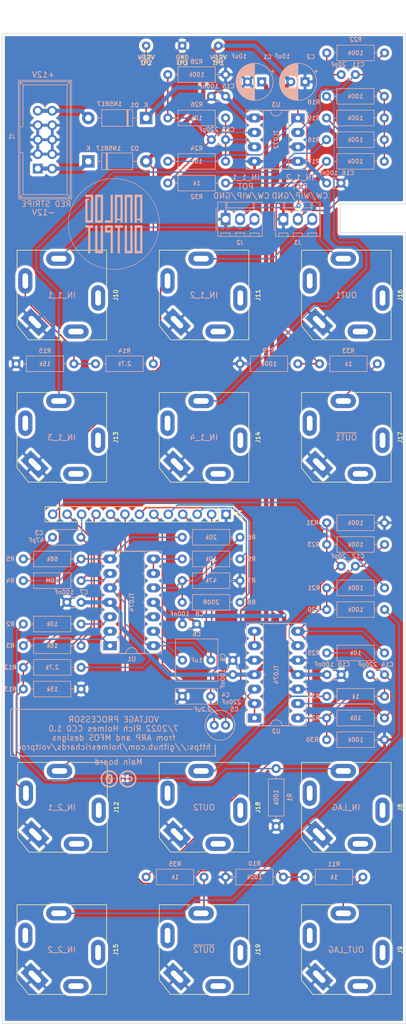
<source format=kicad_pcb>
(kicad_pcb (version 20211014) (generator pcbnew)
  (layers (0 "F.Cu" signal) (31 "B.Cu" signal) (34 "B.Paste" user) (35 "F.Paste" user) (36 "B.SilkS" user "B.Silkscreen") (37 "F.SilkS" user "F.Silkscreen") (38 "B.Mask" user) (39 "F.Mask" user) (44 "Edge.Cuts" user))
  (net 0 "")
  (net 1 "Board_0-+12V")
  (net 2 "Board_0--12V")
  (net 3 "Board_0-/+12_IN")
  (net 4 "Board_0-/-12_IN")
  (net 5 "Board_0-/Linear and RC lag/IN_LAG_B")
  (net 6 "Board_0-/Linear and RC lag/LAG_IN")
  (net 7 "Board_0-/Linear and RC lag/LAG_LIN_CCW")
  (net 8 "Board_0-/Linear and RC lag/LAG_LIN_WIP")
  (net 9 "Board_0-/Linear and RC lag/LAG_OUT")
  (net 10 "Board_0-/Linear and RC lag/LAG_RC_WIP")
  (net 11 "Board_0-/Linear and RC lag/LIN_IN")
  (net 12 "Board_0-/Linear and RC lag/LIN_OUT")
  (net 13 "Board_0-/Linear and RC lag/LIN_SPEED")
  (net 14 "Board_0-/Linear and RC lag/OUT_LAG_B")
  (net 15 "Board_0-/Linear and RC lag/RC_OUT")
  (net 16 "Board_0-/Linear and RC lag/RC_SPEED")
  (net 17 "Board_0-/Summers/+10V")
  (net 18 "Board_0-/Summers/-10V")
  (net 19 "Board_0-/Summers/IN1_3")
  (net 20 "Board_0-/Summers/IN1_4")
  (net 21 "Board_0-/Summers/IN_1_1_CW")
  (net 22 "Board_0-/Summers/IN_1_1_WIP")
  (net 23 "Board_0-/Summers/IN_1_2_CW")
  (net 24 "Board_0-/Summers/IN_1_2_WIP")
  (net 25 "Board_0-/Summers/IN_2_1_CW")
  (net 26 "Board_0-/Summers/IN_2_1_WIP")
  (net 27 "Board_0-/Summers/IN_2_2")
  (net 28 "Board_0-/Summers/OUT1")
  (net 29 "Board_0-/Summers/OUT2")
  (net 30 "Board_0-/Summers/~{OUT1}")
  (net 31 "Board_0-/Summers/~{OUT2}")
  (net 32 "Board_0-GND")
  (net 33 "Board_0-Net-(C11-Pad1)")
  (net 34 "Board_0-Net-(C11-Pad2)")
  (net 35 "Board_0-Net-(C12-Pad1)")
  (net 36 "Board_0-Net-(C12-Pad2)")
  (net 37 "Board_0-Net-(C13-Pad1)")
  (net 38 "Board_0-Net-(C13-Pad2)")
  (net 39 "Board_0-Net-(C14-Pad1)")
  (net 40 "Board_0-Net-(C14-Pad2)")
  (net 41 "Board_0-Net-(C3-Pad2)")
  (net 42 "Board_0-Net-(R2-Pad2)")
  (net 43 "Board_0-Net-(R3-Pad1)")
  (net 44 "Board_0-Net-(R4-Pad2)")
  (net 45 "Board_0-Net-(R6-Pad2)")
  (net 46 "Board_0-Net-(R9-Pad1)")
  (net 47 "Board_0-Net-(U2-Pad6)")
  (footprint "ao_tht:Jack_6.35mm_PJ_629HAN_slots" (layer "F.Cu") (at 50.5 151 -90)
    (fp_text reference "J18")
    (fp_text value "Jack")
  )
  (footprint "ao_tht:Jack_6.35mm_PJ_629HAN_slots" (layer "F.Cu") (at 25.5 176 -90)
    (fp_text reference "J15")
    (fp_text value "Jack")
  )
  (footprint "ao_tht:TestPoint_THTPad_D1.5mm_Drill0.7mm" (layer "F.Cu") (at 53.04 17.18 180)
    (fp_text reference "TP1")
    (fp_text value "-12V")
  )
  (footprint "ao_tht:Board_Marker" (layer "F.Cu") (at 48.5 15)
    (fp_text reference "B1")
    (fp_text value "Board")
  )
  (footprint "ao_tht:TestPoint_THTPad_D1.5mm_Drill0.7mm" (layer "F.Cu") (at 40.34 17.18 180)
    (fp_text reference "TP2")
    (fp_text value "+12V")
  )
  (footprint "ao_tht:Jack_6.35mm_PJ_629HAN_slots" (layer "F.Cu") (at 75.5 176 -90)
    (fp_text reference "J9")
    (fp_text value "Jack")
  )
  (footprint "ao_tht:Jack_6.35mm_PJ_629HAN_slots" (layer "F.Cu") (at 75.5 151 -90)
    (fp_text reference "J8")
    (fp_text value "Jack")
  )
  (footprint "ao_tht:Jack_6.35mm_PJ_629HAN_slots" (layer "F.Cu") (at 25.5 86 -90)
    (fp_text reference "J13")
    (fp_text value "Jack")
  )
  (footprint "ao_tht:Jack_6.35mm_PJ_629HAN_slots" (layer "F.Cu") (at 75.5 61 -90)
    (fp_text reference "J16")
    (fp_text value "Jack")
  )
  (footprint "ao_tht:Jack_6.35mm_PJ_629HAN_slots" (layer "F.Cu") (at 50.5 61 -90)
    (fp_text reference "J11")
    (fp_text value "Jack")
  )
  (footprint "ao_tht:Jack_6.35mm_PJ_629HAN_slots" (layer "F.Cu") (at 50.5 176 -90)
    (fp_text reference "J19")
    (fp_text value "Jack")
  )
  (footprint "ao_tht:Jack_6.35mm_PJ_629HAN_slots" (layer "F.Cu") (at 25.5 61 -90)
    (fp_text reference "J10")
    (fp_text value "Jack")
  )
  (footprint "Connector_PinHeader_2.54mm:PinHeader_1x13_P2.54mm_Vertical" (layer "F.Cu") (at 54.4 99.5 -90)
    (fp_text reference "J4")
    (fp_text value "Conn_01x13")
  )
  (footprint "ao_tht:Jack_6.35mm_PJ_629HAN_slots" (layer "F.Cu") (at 75.5 86 -90)
    (fp_text reference "J17")
    (fp_text value "Jack")
  )
  (footprint "ao_tht:Jack_6.35mm_PJ_629HAN_slots" (layer "F.Cu") (at 25.608 151 -90)
    (fp_text reference "J12")
    (fp_text value "Jack")
  )
  (footprint "ao_tht:TestPoint_THTPad_D1.5mm_Drill0.7mm" (layer "F.Cu") (at 46.69 17.18 180)
    (fp_text reference "TP3")
    (fp_text value "GND")
  )
  (footprint "ao_tht:Jack_6.35mm_PJ_629HAN_slots" (layer "F.Cu") (at 50.5 86 -90)
    (fp_text reference "J14")
    (fp_text value "Jack")
  )
  (footprint "ao_tht:DIP-14_W7.62mm_Socket_LongPads" (layer "B.Cu") (at 34 122.595)
    (fp_text reference "U1")
    (fp_text value "TL074")
  )
  (footprint "ao_tht:R_Axial_DIN0207_L6.3mm_D2.5mm_P10.16mm_Horizontal" (layer "B.Cu") (at 72.05 33.69)
    (fp_text reference "R16")
    (fp_text value "100k")
  )
  (footprint "ao_tht:R_Axial_DIN0207_L6.3mm_D2.5mm_P10.16mm_Horizontal" (layer "B.Cu") (at 82.25 123.86 180)
    (fp_text reference "R25")
    (fp_text value "10k")
  )
  (footprint "ao_tht:R_Axial_DIN0207_L6.3mm_D2.5mm_P10.16mm_Horizontal" (layer "B.Cu") (at 63.2 154.34 90)
    (fp_text reference "R1")
    (fp_text value "100k")
  )
  (footprint "ao_tht:D_DO-41_SOD81_P10.16mm_Horizontal" (layer "B.Cu") (at 40.34 29.88 180)
    (fp_text reference "D1")
    (fp_text value "1N5817")
  )
  (footprint "ao_tht:R_Axial_DIN0207_L6.3mm_D2.5mm_P10.16mm_Horizontal" (layer "B.Cu") (at 46.69 107.35)
    (fp_text reference "R9")
    (fp_text value "10k")
  )
  (footprint "ao_tht:C_Disc_D3.0mm_W1.6mm_P2.50mm" (layer "B.Cu") (at 82.25 127.67 180)
    (fp_text reference "C14")
    (fp_text value "220pF")
  )
  (footprint "ao_tht:R_Axial_DIN0207_L6.3mm_D2.5mm_P10.16mm_Horizontal" (layer "B.Cu") (at 18.75 107.35)
    (fp_text reference "R5")
    (fp_text value "68k")
  )
  (footprint "ao_tht:analogoutput" (layer "B.Cu") (at 34.666754 48.506251 180)
    (fp_text reference "GRAF3" hide)
    (fp_text value "AO logo" hide)
  )
  (footprint "ao_tht:Molex_KK-254_AE-6410-03A_1x03_P2.54mm_Vertical" (layer "B.Cu") (at 54.31 47.66)
    (fp_text reference "J2")
    (fp_text value "3_pin_Molex_header")
  )
  (footprint "ao_tht:C_Radial_D5.0mm_H11.0mm_P2.00mm" (layer "B.Cu") (at 54.31 136.56 180)
    (fp_text reference "C5")
    (fp_text value "2.2uF")
  )
  (footprint "ao_tht:C_Rect_L7.2mm_W7.2mm_P5.00mm_FKS2_FKP2_MKS2_MKP2" (layer "B.Cu") (at 51.73 125.13 180)
    (fp_text reference "C6")
    (fp_text value "1uF")
  )
  (footprint "ao_tht:C_Disc_D3.0mm_W1.6mm_P2.50mm" (layer "B.Cu") (at 74.63 127.67 180)
    (fp_text reference "C10")
    (fp_text value "100nF")
  )
  (footprint "ao_tht:Power_Header" (layer "B.Cu") (at 21.29 38.77)
    (fp_text reference "J1")
    (fp_text value "Synth_power_2x5")
  )
  (footprint "ao_tht:DIP-8_W7.62mm_Socket_LongPads" (layer "B.Cu") (at 67.01 29.88 180)
    (fp_text reference "U3")
    (fp_text value "TL072")
  )
  (footprint "ao_tht:R_Axial_DIN0207_L6.3mm_D2.5mm_P10.16mm_Horizontal" (layer "B.Cu") (at 72.05 37.5)
    (fp_text reference "R17")
    (fp_text value "100k")
  )
  (footprint "ao_tht:CC0_logo" (layer "B.Cu") (at 35.5 146 180)
    (fp_text reference "GRAF2" hide)
    (fp_text value "CC0 logo" hide)
  )
  (footprint "ao_tht:D_DO-41_SOD81_P10.16mm_Horizontal" (layer "B.Cu") (at 30.18 37.5)
    (fp_text reference "D2")
    (fp_text value "1N5817")
  )
  (footprint "ao_tht:R_Axial_DIN0207_L6.3mm_D2.5mm_P10.16mm_Horizontal" (layer "B.Cu") (at 40.34 163.23)
    (fp_text reference "R35")
    (fp_text value "1k")
  )
  (footprint "ao_tht:R_Axial_DIN0207_L6.3mm_D2.5mm_P10.16mm_Horizontal" (layer "B.Cu") (at 82.25 112.43 180)
    (fp_text reference "R21")
    (fp_text value "100k")
  )
  (footprint "ao_tht:R_Axial_DIN0207_L6.3mm_D2.5mm_P10.16mm_Horizontal" (layer "B.Cu") (at 31.45 73.06)
    (fp_text reference "R14")
    (fp_text value "2.7k")
  )
  (footprint "ao_tht:C_Rect_L7.2mm_W2.5mm_P5.00mm_FKS2_FKP2_MKS2_MKP2" (layer "B.Cu") (at 51.69 131.48 180)
    (fp_text reference "C4")
    (fp_text value "220nF")
  )
  (footprint "ao_tht:R_Axial_DIN0207_L6.3mm_D2.5mm_P10.16mm_Horizontal" (layer "B.Cu") (at 17.48 73.06)
    (fp_text reference "R15")
    (fp_text value "15k")
  )
  (footprint "ao_tht:R_Axial_DIN0207_L6.3mm_D2.5mm_P10.16mm_Horizontal" (layer "B.Cu") (at 18.75 118.78)
    (fp_text reference "R2")
    (fp_text value "10k")
  )
  (footprint "ao_tht:R_Axial_DIN0207_L6.3mm_D2.5mm_P10.16mm_Horizontal" (layer "B.Cu") (at 28.91 130.21 180)
    (fp_text reference "R13")
    (fp_text value "15k")
  )
  (footprint "ao_tht:R_Axial_DIN0207_L6.3mm_D2.5mm_P10.16mm_Horizontal" (layer "B.Cu") (at 72.05 29.88)
    (fp_text reference "R19")
    (fp_text value "100k")
  )
  (footprint "ao_tht:R_Axial_DIN0207_L6.3mm_D2.5mm_P10.16mm_Horizontal" (layer "B.Cu") (at 46.69 111.16)
    (fp_text reference "R7")
    (fp_text value "47k")
  )
  (footprint "ao_tht:R_Axial_DIN0207_L6.3mm_D2.5mm_P10.16mm_Horizontal" (layer "B.Cu") (at 54.31 29.88 180)
    (fp_text reference "R26")
    (fp_text value "10k")
  )
  (footprint "ao_tht:DIP-14_W7.62mm_Socket_LongPads" (layer "B.Cu") (at 59.4 135.295)
    (fp_text reference "U2")
    (fp_text value "TL074")
  )
  (footprint "ao_tht:R_Axial_DIN0207_L6.3mm_D2.5mm_P10.16mm_Horizontal" (layer "B.Cu") (at 18.75 122.59)
    (fp_text reference "R3")
    (fp_text value "10k")
  )
  (footprint "ao_tht:R_Axial_DIN0207_L6.3mm_D2.5mm_P10.16mm_Horizontal" (layer "B.Cu") (at 44.15 22.26)
    (fp_text reference "R28")
    (fp_text value "100k")
  )
  (footprint "ao_tht:R_Axial_DIN0207_L6.3mm_D2.5mm_P10.16mm_Horizontal" (layer "B.Cu") (at 72.09 101)
    (fp_text reference "R31")
    (fp_text value "100k")
  )
  (footprint "ao_tht:R_Axial_DIN0207_L6.3mm_D2.5mm_P10.16mm_Horizontal" (layer "B.Cu") (at 72.05 26.07)
    (fp_text reference "R18")
    (fp_text value "100k")
  )
  (footprint "ao_tht:R_Axial_DIN0207_L6.3mm_D2.5mm_P10.16mm_Horizontal" (layer "B.Cu") (at 46.69 103.54)
    (fp_text reference "R6")
    (fp_text value "20k")
  )
  (footprint "ao_tht:R_Axial_DIN0207_L6.3mm_D2.5mm_P10.16mm_Horizontal" (layer "B.Cu") (at 44.15 41.31)
    (fp_text reference "R32")
    (fp_text value "1k")
  )
  (footprint "ao_tht:R_Axial_DIN0207_L6.3mm_D2.5mm_P10.16mm_Horizontal" (layer "B.Cu") (at 46.69 114.97)
    (fp_text reference "R8")
    (fp_text value "200R")
  )
  (footprint "ao_tht:R_Axial_DIN0207_L6.3mm_D2.5mm_P10.16mm_Horizontal" (layer "B.Cu") (at 44.15 37.5)
    (fp_text reference "R24")
    (fp_text value "10k")
  )
  (footprint "ao_tht:C_Disc_D3.0mm_W1.6mm_P2.50mm" (layer "B.Cu") (at 54.31 33.69 180)
    (fp_text reference "C13")
    (fp_text value "220pF")
  )
  (footprint "ao_tht:R_Axial_DIN0207_L6.3mm_D2.5mm_P10.16mm_Horizontal" (layer "B.Cu") (at 64.47 163.23 180)
    (fp_text reference "R10")
    (fp_text value "100k")
  )
  (footprint "ao_tht:R_Axial_DIN0207_L6.3mm_D2.5mm_P10.16mm_Horizontal" (layer "B.Cu") (at 72.09 139.1)
    (fp_text reference "R30")
    (fp_text value "100k")
  )
  (footprint "ao_tht:R_Axial_DIN0207_L6.3mm_D2.5mm_P10.16mm_Horizontal" (layer "B.Cu") (at 82.25 116.24 180)
    (fp_text reference "R20")
    (fp_text value "100k")
  )
  (footprint "ao_tht:R_Axial_DIN0207_L6.3mm_D2.5mm_P10.16mm_Horizontal" (layer "B.Cu") (at 68.28 163.23)
    (fp_text reference "R11")
    (fp_text value "1k")
  )
  (footprint "ao_tht:C_Disc_D3.0mm_W1.6mm_P2.50mm" (layer "B.Cu") (at 49.23 118.78 180)
    (fp_text reference "C8")
    (fp_text value "100nF")
  )
  (footprint "ao_tht:C_Disc_D3.0mm_W1.6mm_P2.50mm" (layer "B.Cu") (at 74.59 41.31 180)
    (fp_text reference "C16")
    (fp_text value "100nF")
  )
  (footprint "ao_tht:R_Axial_DIN0207_L6.3mm_D2.5mm_P10.16mm_Horizontal" (layer "B.Cu") (at 82.25 131.48 180)
    (fp_text reference "R34")
    (fp_text value "1k")
  )
  (footprint "ao_tht:R_Axial_DIN0207_L6.3mm_D2.5mm_P10.16mm_Horizontal" (layer "B.Cu") (at 82.25 18.45 180)
    (fp_text reference "R22")
    (fp_text value "100k")
  )
  (footprint "ao_tht:C_Disc_D3.0mm_W1.6mm_P2.50mm" (layer "B.Cu") (at 54.31 26.07 180)
    (fp_text reference "C15")
    (fp_text value "100nF")
  )
  (footprint "ao_tht:R_Axial_DIN0207_L6.3mm_D2.5mm_P10.16mm_Horizontal" (layer "B.Cu") (at 70.82 73.06)
    (fp_text reference "R33")
    (fp_text value "1k")
  )
  (footprint "ao_tht:C_Disc_D3.0mm_W1.6mm_P2.50mm" (layer "B.Cu") (at 28.91 114.97 180)
    (fp_text reference "C7")
    (fp_text value "100nF")
  )
  (footprint "ao_tht:R_Axial_DIN0207_L6.3mm_D2.5mm_P10.16mm_Horizontal" (layer "B.Cu") (at 82.25 135.29 180)
    (fp_text reference "R27")
    (fp_text value "10k")
  )
  (footprint "ao_tht:CP_Radial_D6.3mm_P2.50mm" (layer "B.Cu") (at 60.66 23.53 180)
    (fp_text reference "C1")
    (fp_text value "10uF")
  )
  (footprint "ao_tht:C_Disc_D5.0mm_W2.5mm_P5.00mm" (layer "B.Cu") (at 28.88 103.545 180)
    (fp_text reference "C3")
    (fp_text value "47pF")
  )
  (footprint "ao_tht:R_Axial_DIN0207_L6.3mm_D2.5mm_P10.16mm_Horizontal" (layer "B.Cu") (at 28.91 111.16 180)
    (fp_text reference "R4")
    (fp_text value "10M")
  )
  (footprint "ao_tht:R_Axial_DIN0207_L6.3mm_D2.5mm_P10.16mm_Horizontal" (layer "B.Cu") (at 18.75 126.4)
    (fp_text reference "R12")
    (fp_text value "2.7k")
  )
  (footprint "ao_tht:R_Axial_DIN0207_L6.3mm_D2.5mm_P10.16mm_Horizontal" (layer "B.Cu") (at 67.01 73.06 180)
    (fp_text reference "R29")
    (fp_text value "100k")
  )
  (footprint "ao_tht:C_Disc_D3.0mm_W1.6mm_P2.50mm" (layer "B.Cu") (at 55.58 127.67 90)
    (fp_text reference "C9")
    (fp_text value "100nF")
  )
  (footprint "ao_tht:C_Disc_D3.0mm_W1.6mm_P2.50mm" (layer "B.Cu") (at 77.13 108.62 180)
    (fp_text reference "C12")
    (fp_text value "20pF")
  )
  (footprint "ao_tht:C_Disc_D3.0mm_W1.6mm_P2.50mm" (layer "B.Cu") (at 77.13 22.26 180)
    (fp_text reference "C11")
    (fp_text value "20pF")
  )
  (footprint "ao_tht:Molex_KK-254_AE-6410-03A_1x03_P2.54mm_Vertical" (layer "B.Cu") (at 64.47 47.66)
    (fp_text reference "J3")
    (fp_text value "3_pin_Molex_header")
  )
  (footprint "ao_tht:R_Axial_DIN0207_L6.3mm_D2.5mm_P10.16mm_Horizontal" (layer "B.Cu") (at 82.25 104.81 180)
    (fp_text reference "R23")
    (fp_text value "100k")
  )
  (footprint "ao_tht:CP_Radial_D6.3mm_P2.50mm" (layer "B.Cu") (at 68.28 23.53 180)
    (fp_text reference "C2")
    (fp_text value "10uF")
  )
  (gr_line (start 52.5 142) (end 52.5 140) (layer "B.SilkS") (width 0.15))
  (gr_line (start 16.5 133.766) (end 16.5 142) (layer "B.SilkS") (width 0.15))
  (gr_line (start 48.5 133.766) (end 16.5 133.766) (layer "B.SilkS") (width 0.15))
  (gr_line (start 16.5 142) (end 52.5 142) (layer "B.SilkS") (width 0.15))
  (gr_line (start 74.5 45) (end 74.5 50) (layer "Edge.Cuts") (width 0.1))
  (gr_line (start 74.5 45) (end 74.5 45) (layer "Edge.Cuts") (width 0.1))
  (gr_line (start 15 15) (end 86 15) (layer "Edge.Cuts") (width 0.1))
  (gr_line (start 86 189) (end 15 189) (layer "Edge.Cuts") (width 0.1))
  (gr_line (start 15 189) (end 15 15) (layer "Edge.Cuts") (width 0.1))
  (gr_line (start 86 45) (end 74.5 45) (layer "Edge.Cuts") (width 0.1))
  (gr_line (start 86 50) (end 86 189) (layer "Edge.Cuts") (width 0.1))
  (gr_line (start 74.5 50) (end 86 50) (layer "Edge.Cuts") (width 0.1))
  (gr_line (start 86 15) (end 86 45) (layer "Edge.Cuts") (width 0.1))
  (gr_text "~{OUT1}" (at 75.5 86) (layer "B.SilkS") (effects (font (size 1 1)) (justify mirror)))
  (gr_text "VOLTAGE PROCESSOR\n7/2022 Rich Holmes CC0 1.0\nfrom ARP and MFOS designs\nhttps://github.com/holmesrichards/voltproc" (at 34.625 137.957) (layer "B.SilkS") (effects (font (size 1 1)) (justify mirror)))
  (gr_text "IN_2_2" (at 25.5 176) (layer "B.SilkS") (effects (font (size 1 1)) (justify mirror)))
  (gr_text "~{OUT2}" (at 50.5 176) (layer "B.SilkS") (effects (font (size 1 1)) (justify mirror)))
  (gr_text "IN_2_1" (at 25.5 151) (layer "B.SilkS") (effects (font (size 1 1)) (justify mirror)))
  (gr_text "Main board\n" (at 35.5 143) (layer "B.SilkS") (effects (font (size 1 1)) (justify mirror)))
  (gr_text "IN_1_1" (at 25.5 61) (layer "B.SilkS") (effects (font (size 1 1)) (justify mirror)))
  (gr_text "IN_1_1\nPOT\n  CW/WIP/GND" (at 57.866 41.945) (layer "B.SilkS") (effects (font (size 1 1)) (justify mirror)))
  (gr_text "IN_1_2" (at 50.5 61) (layer "B.SilkS") (effects (font (size 1 1)) (justify mirror)))
  (gr_text "IN_LAG" (at 75.5 151) (layer "B.SilkS") (effects (font (size 1 1)) (justify mirror)))
  (gr_text "IN_1_4" (at 50.5 86) (layer "B.SilkS") (effects (font (size 1 1)) (justify mirror)))
  (gr_text "IN_1_2\nPOT\nCW/WIP/GND" (at 67.391 41.945) (layer "B.SilkS") (effects (font (size 1 1)) (justify mirror)))
  (gr_text "OUT1" (at 75.5 61) (layer "B.SilkS") (effects (font (size 1 1)) (justify mirror)))
  (gr_text "OUT_LAG" (at 75.5 176) (layer "B.SilkS") (effects (font (size 1 1)) (justify mirror)))
  (gr_text "OUT2" (at 50.5 151) (layer "B.SilkS") (effects (font (size 1 1)) (justify mirror)))
  (gr_text "IN_1_3" (at 25.5 86) (layer "B.SilkS") (effects (font (size 1 1)) (justify mirror)))
  (segment (start 61.450998 24.320998) (end 61.450998 125.624002) (width 0.75) (layer "F.Cu") (net 1))
  (segment (start 61.450998 125.624002) (end 59.4 127.675) (width 0.75) (layer "F.Cu") (net 1))
  (segment (start 40.34 17.18) (end 40.34 29.88) (width 0.25) (layer "F.Cu") (net 1))
  (segment (start 59.39 29.88) (end 61.422 29.88) (width 0.75) (layer "F.Cu") (net 1))
  (segment (start 60.66 23.53) (end 61.450998 24.320998) (width 0.75) (layer "F.Cu") (net 1))
  (segment (start 35.82452 119.214095) (end 35.82452 116.79952) (width 0.75) (layer "B.Cu") (net 1))
  (segment (start 34 114.975) (end 28.915 114.975) (width 0.75) (layer "B.Cu") (net 1))
  (segment (start 28.91 126.4) (end 39.705 126.4) (width 0.25) (layer "B.Cu") (net 1))
  (segment (start 44.280425 127.67) (end 41.357713 124.747287) (width 0.75) (layer "B.Cu") (net 1))
  (segment (start 39.705 126.4) (end 41.357713 124.747287) (width 0.25) (layer "B.Cu") (net 1))
  (segment (start 41.357713 124.747287) (end 35.82452 119.214095) (width 0.75) (layer "B.Cu") (net 1))
  (segment (start 55.58 127.67) (end 44.280425 127.67) (width 0.75) (layer "B.Cu") (net 1))
  (segment (start 59.39 29.88) (end 58.12 29.88) (width 0.75) (layer "B.Cu") (net 1))
  (segment (start 58.12 29.88) (end 54.31 26.07) (width 0.75) (layer "B.Cu") (net 1))
  (segment (start 45.674 24.546) (end 40.34 29.88) (width 0.75) (layer "B.Cu") (net 1))
  (segment (start 54.31 26.07) (end 52.786 24.546) (width 0.75) (layer "B.Cu") (net 1))
  (segment (start 35.82452 116.79952) (end 34 114.975) (width 0.75) (layer "B.Cu") (net 1))
  (segment (start 52.786 24.546) (end 45.674 24.546) (width 0.75) (layer "B.Cu") (net 1))
  (segment (start 59.4 127.675) (end 55.585 127.675) (width 0.75) (layer "B.Cu") (net 1))
  (segment (start 64.6055 125.6605) (end 64.6055 117.256) (width 0.75) (layer "F.Cu") (net 2))
  (segment (start 41.61 73.06) (end 41.61 38.77) (width 0.25) (layer "F.Cu") (net 2))
  (segment (start 62.450499 43.489547) (end 62.450499 115.100999) (width 0.75) (layer "F.Cu") (net 2))
  (segment (start 40.34 37.5) (end 50.385489 27.454511) (width 0.75) (layer "F.Cu") (net 2))
  (segment (start 65.78 23.53) (end 64.6055 24.7045) (width 0.75) (layer "F.Cu") (net 2))
  (segment (start 50.385489 27.454511) (end 50.385489 19.834511) (width 0.75) (layer "F.Cu") (net 2))
  (segment (start 50.385489 19.834511) (end 53.04 17.18) (width 0.75) (layer "F.Cu") (net 2))
  (segment (start 64.6055 24.7045) (end 64.6055 41.334546) (width 0.75) (layer "F.Cu") (net 2))
  (segment (start 64.6055 41.334546) (end 62.450499 43.489547) (width 0.75) (layer "F.Cu") (net 2))
  (segment (start 41.61 38.77) (end 40.34 37.5) (width 0.25) (layer "F.Cu") (net 2))
  (segment (start 62.450499 115.100999) (end 64.6055 117.256) (width 0.75) (layer "F.Cu") (net 2))
  (segment (start 66.62 127.675) (end 64.6055 125.6605) (width 0.75) (layer "F.Cu") (net 2))
  (segment (start 67.01 37.5) (end 64.597 37.5) (width 0.75) (layer "F.Cu") (net 2))
  (via (at 64.6055 117.256) (size 0.8) (drill 0.4) (layers "F.Cu" "B.Cu") (net 2))
  (segment (start 68.28 37.5) (end 67.01 37.5) (width 0.75) (layer "B.Cu") (net 2))
  (segment (start 72.09 41.31) (end 68.28 37.5) (width 0.75) (layer "B.Cu") (net 2))
  (segment (start 46.73 118.78) (end 46.73 117.597) (width 0.75) (layer "B.Cu") (net 2))
  (segment (start 64.506011 117.355489) (end 64.6055 117.256) (width 0.75) (layer "B.Cu") (net 2))
  (segment (start 46.73 117.597) (end 46.971511 117.355489) (width 0.75) (layer "B.Cu") (net 2))
  (segment (start 72.13 127.67) (end 67.025 127.67) (width 0.75) (layer "B.Cu") (net 2))
  (segment (start 65.78 23.53) (end 59.43 17.18) (width 0.75) (layer "B.Cu") (net 2))
  (segment (start 44.000489 117.355489) (end 41.62 114.975) (width 0.75) (layer "B.Cu") (net 2))
  (segment (start 59.43 17.18) (end 53.04 17.18) (width 0.75) (layer "B.Cu") (net 2))
  (segment (start 46.971511 117.355489) (end 44.000489 117.355489) (width 0.75) (layer "B.Cu") (net 2))
  (segment (start 46.971511 117.355489) (end 64.506011 117.355489) (width 0.75) (layer "B.Cu") (net 2))
  (segment (start 21.29 28.61) (end 23.83 28.61) (width 0.75) (layer "B.Cu") (net 3))
  (segment (start 28.91 28.61) (end 30.18 29.88) (width 0.75) (layer "B.Cu") (net 3))
  (segment (start 23.83 28.61) (end 28.91 28.61) (width 0.75) (layer "B.Cu") (net 3))
  (segment (start 28.91 38.77) (end 30.18 37.5) (width 0.75) (layer "B.Cu") (net 4))
  (segment (start 21.29 38.77) (end 23.83 38.77) (width 0.75) (layer "B.Cu") (net 4))
  (segment (start 23.83 38.77) (end 28.91 38.77) (width 0.75) (layer "B.Cu") (net 4))
  (segment (start 48.16162 146.624031) (end 47.463069 145.92548) (width 0.25) (layer "B.Cu") (net 5))
  (segment (start 54.282411 144.18) (end 51.83838 146.624031) (width 0.25) (layer "B.Cu") (net 5))
  (segment (start 27.03752 145.92548) (end 26.788 146.175) (width 0.25) (layer "B.Cu") (net 5))
  (segment (start 22.65 146.175) (end 17.625489 141.150489) (width 0.25) (layer "B.Cu") (net 5))
  (segment (start 63.2 144.18) (end 74.58 144.18) (width 0.25) (layer "B.Cu") (net 5))
  (segment (start 63.2 144.18) (end 54.282411 144.18) (width 0.25) (layer "B.Cu") (net 5))
  (segment (start 26.788 146.175) (end 22.65 146.175) (width 0.25) (layer "B.Cu") (net 5))
  (segment (start 47.463069 145.92548) (end 27.03752 145.92548) (width 0.25) (layer "B.Cu") (net 5))
  (segment (start 17.625489 119.904511) (end 18.75 118.78) (width 0.25) (layer "B.Cu") (net 5))
  (segment (start 51.83838 146.624031) (end 48.16162 146.624031) (width 0.25) (layer "B.Cu") (net 5))
  (segment (start 17.625489 141.150489) (end 17.625489 119.904511) (width 0.25) (layer "B.Cu") (net 5))
  (segment (start 28.91 121.701) (end 31.196 119.415) (width 0.25) (layer "F.Cu") (net 6))
  (segment (start 31.196 119.415) (end 31.196 99.844) (width 0.25) (layer "F.Cu") (net 6))
  (segment (start 28.91 122.59) (end 28.91 121.701) (width 0.25) (layer "F.Cu") (net 6))
  (segment (start 57.974511 106.225489) (end 57.974511 100.725489) (width 0.25) (layer "B.Cu") (net 7))
  (segment (start 57.974511 100.725489) (end 55.574511 98.325489) (width 0.25) (layer "B.Cu") (net 7))
  (segment (start 55.574511 98.325489) (end 50.494511 98.325489) (width 0.25) (layer "B.Cu") (net 7))
  (segment (start 50.494511 98.325489) (end 49.32 99.5) (width 0.25) (layer "B.Cu") (net 7))
  (segment (start 56.85 107.35) (end 57.974511 106.225489) (width 0.25) (layer "B.Cu") (net 7))
  (segment (start 50.930001 119.210001) (end 50.930001 103.650001) (width 0.25) (layer "F.Cu") (net 8))
  (segment (start 51.73 125.13) (end 51.73 120.01) (width 0.25) (layer "F.Cu") (net 8))
  (segment (start 50.930001 103.650001) (end 46.78 99.5) (width 0.25) (layer "F.Cu") (net 8))
  (segment (start 51.73 120.01) (end 50.930001 119.210001) (width 0.25) (layer "F.Cu") (net 8))
  (segment (start 41.62 120.055) (end 43.647 122.082) (width 0.25) (layer "B.Cu") (net 8))
  (segment (start 43.647 122.082) (end 48.682 122.082) (width 0.25) (layer "B.Cu") (net 8))
  (segment (start 48.682 122.082) (end 51.73 125.13) (width 0.25) (layer "B.Cu") (net 8))
  (segment (start 63.345 162.105) (end 64.47 163.23) (width 0.25) (layer "F.Cu") (net 9))
  (segment (start 47.784009 164.355) (end 50.034009 162.105) (width 0.25) (layer "F.Cu") (net 9))
  (segment (start 36.657 99.537) (end 36.657 161.198) (width 0.25) (layer "F.Cu") (net 9))
  (segment (start 36.657 161.198) (end 39.814 164.355) (width 0.25) (layer "F.Cu") (net 9))
  (segment (start 50.034009 162.105) (end 63.345 162.105) (width 0.25) (layer "F.Cu") (net 9))
  (segment (start 39.814 164.355) (end 47.784009 164.355) (width 0.25) (layer "F.Cu") (net 9))
  (segment (start 64.47 163.23) (end 68.28 163.23) (width 0.25) (layer "B.Cu") (net 9))
  (segment (start 52.854511 120.144811) (end 51.86 119.1503) (width 0.25) (layer "F.Cu") (net 10))
  (segment (start 51.69 127.75) (end 52.854511 126.585489) (width 0.25) (layer "F.Cu") (net 10))
  (segment (start 51.86 119.1503) (end 51.86 99.5) (width 0.25) (layer "F.Cu") (net 10))
  (segment (start 52.854511 126.585489) (end 52.854511 120.144811) (width 0.25) (layer "F.Cu") (net 10))
  (segment (start 51.69 131.48) (end 51.69 127.75) (width 0.25) (layer "F.Cu") (net 10))
  (segment (start 54.31 135.305) (end 59.4 130.215) (width 0.25) (layer "B.Cu") (net 10))
  (segment (start 54.31 135.29) (end 54.31 135.417) (width 0.25) (layer "B.Cu") (net 10))
  (segment (start 51.69 131.48) (end 51.69 132.67) (width 0.25) (layer "B.Cu") (net 10))
  (segment (start 54.31 135.417) (end 54.31 135.305) (width 0.25) (layer "B.Cu") (net 10))
  (segment (start 51.69 132.67) (end 54.31 135.29) (width 0.25) (layer "B.Cu") (net 10))
  (segment (start 54.31 136.56) (end 54.31 135.417) (width 0.25) (layer "B.Cu") (net 10))
  (segment (start 28.88 103.545) (end 30.18 104.845) (width 0.25) (layer "F.Cu") (net 11))
  (segment (start 30.18 109.89) (end 28.91 111.16) (width 0.25) (layer "F.Cu") (net 11))
  (segment (start 30.18 104.845) (end 30.18 109.89) (width 0.25) (layer "F.Cu") (net 11))
  (segment (start 29 99.5) (end 29 103.425) (width 0.25) (layer "B.Cu") (net 11))
  (segment (start 28.91 111.16) (end 32.735 111.16) (width 0.25) (layer "B.Cu") (net 11))
  (segment (start 32.735 111.16) (end 34 109.895) (width 0.25) (layer "B.Cu") (net 11))
  (segment (start 34 112.435) (end 35.878683 110.556317) (width 0.25) (layer "F.Cu") (net 12))
  (segment (start 35.878683 101.298683) (end 34.08 99.5) (width 0.25) (layer "F.Cu") (net 12))
  (segment (start 35.878683 110.556317) (end 35.878683 101.298683) (width 0.25) (layer "F.Cu") (net 12))
  (segment (start 44.195 122.595) (end 46.73 125.13) (width 0.25) (layer "B.Cu") (net 12))
  (segment (start 41.62 122.595) (end 44.195 122.595) (width 0.25) (layer "B.Cu") (net 12))
  (segment (start 36.574031 118.570031) (end 36.574031 115.009031) (width 0.25) (layer "B.Cu") (net 12))
  (segment (start 36.574031 115.009031) (end 34 112.435) (width 0.25) (layer "B.Cu") (net 12))
  (segment (start 40.599 122.595) (end 36.574031 118.570031) (width 0.25) (layer "B.Cu") (net 12))
  (segment (start 55.760705 97.875979) (end 45.864021 97.875979) (width 0.25) (layer "B.Cu") (net 13))
  (segment (start 45.864021 97.875979) (end 44.24 99.5) (width 0.25) (layer "B.Cu") (net 13))
  (segment (start 58.424021 100.539295) (end 55.760705 97.875979) (width 0.25) (layer "B.Cu") (net 13))
  (segment (start 58.424021 113.395979) (end 58.424021 100.539295) (width 0.25) (layer "B.Cu") (net 13))
  (segment (start 56.85 114.97) (end 58.424021 113.395979) (width 0.25) (layer "B.Cu") (net 13))
  (segment (start 75 166.67) (end 78.44 163.23) (width 0.25) (layer "F.Cu") (net 14))
  (segment (start 75 169.6) (end 75 166.67) (width 0.25) (layer "F.Cu") (net 14))
  (segment (start 55.445489 98.325489) (end 57.974511 100.854511) (width 0.25) (layer "F.Cu") (net 15))
  (segment (start 40.334511 98.325489) (end 55.445489 98.325489) (width 0.25) (layer "F.Cu") (net 15))
  (segment (start 39.16 99.5) (end 40.334511 98.325489) (width 0.25) (layer "F.Cu") (net 15))
  (segment (start 59.4 135.295) (end 59.4 132.755) (width 0.25) (layer "F.Cu") (net 15))
  (segment (start 57.974511 115.435789) (end 56.977 116.4333) (width 0.25) (layer "F.Cu") (net 15))
  (segment (start 57.974511 100.854511) (end 57.974511 115.435789) (width 0.25) (layer "F.Cu") (net 15))
  (segment (start 56.977 116.4333) (end 56.977 130.332) (width 0.25) (layer "F.Cu") (net 15))
  (segment (start 56.977 130.332) (end 59.4 132.755) (width 0.25) (layer "F.Cu") (net 15))
  (segment (start 43.19452 100.99452) (end 41.7 99.5) (width 0.25) (layer "F.Cu") (net 16))
  (segment (start 43.19452 125.82552) (end 43.19452 100.99452) (width 0.25) (layer "F.Cu") (net 16))
  (segment (start 52.31 136.56) (end 52.31 134.941) (width 0.25) (layer "F.Cu") (net 16))
  (segment (start 52.31 134.941) (end 43.19452 125.82552) (width 0.25) (layer "F.Cu") (net 16))
  (segment (start 19.208 148.5) (end 17.52548 146.81748) (width 0.25) (layer "F.Cu") (net 17))
  (segment (start 18.75 126.4) (end 25.1 120.05) (width 0.25) (layer "F.Cu") (net 17))
  (segment (start 25.1 120.05) (end 25.1 90.073293) (width 0.25) (layer "F.Cu") (net 17))
  (segment (start 40.843293 74.33) (end 42.00101 74.33) (width 0.25) (layer "F.Cu") (net 17))
  (segment (start 42.88 73.45101) (end 42.88 59.72) (width 0.25) (layer "F.Cu") (net 17))
  (segment (start 18.75 130.21) (end 18.75 126.4) (width 0.25) (layer "F.Cu") (net 17))
  (segment (start 42.00101 74.33) (end 42.88 73.45101) (width 0.25) (layer "F.Cu") (net 17))
  (segment (start 42.88 59.72) (end 44.1 58.5) (width 0.25) (layer "F.Cu") (net 17))
  (segment (start 17.52548 146.81748) (end 17.52548 131.43452) (width 0.25) (layer "F.Cu") (net 17))
  (segment (start 17.52548 131.43452) (end 18.75 130.21) (width 0.25) (layer "F.Cu") (net 17))
  (segment (start 25.1 90.073293) (end 40.843293 74.33) (width 0.25) (layer "F.Cu") (net 17))
  (segment (start 19.1 61.853292) (end 19.1 58.5) (width 0.25) (layer "F.Cu") (net 18))
  (segment (start 27.64 70.393292) (end 19.1 61.853292) (width 0.25) (layer "F.Cu") (net 18))
  (segment (start 27.64 73.06) (end 27.64 70.393292) (width 0.25) (layer "F.Cu") (net 18))
  (segment (start 27.64 73.06) (end 31.45 73.06) (width 0.25) (layer "B.Cu") (net 18))
  (segment (start 34.531646 39.405) (end 63.043978 39.405) (width 0.25) (layer "B.Cu") (net 19))
  (segment (start 63.043978 39.405) (end 66.364458 36.08452) (width 0.25) (layer "B.Cu") (net 19))
  (segment (start 69.65548 36.08452) (end 72.05 33.69) (width 0.25) (layer "B.Cu") (net 19))
  (segment (start 25 79.6) (end 25 60.5) (width 0.25) (layer "B.Cu") (net 19))
  (segment (start 21 56.5) (end 21 52.936646) (width 0.25) (layer "B.Cu") (net 19))
  (segment (start 25 60.5) (end 21 56.5) (width 0.25) (layer "B.Cu") (net 19))
  (segment (start 66.364458 36.08452) (end 69.65548 36.08452) (width 0.25) (layer "B.Cu") (net 19))
  (segment (start 21 52.936646) (end 34.531646 39.405) (width 0.25) (layer "B.Cu") (net 19))
  (segment (start 73.36 50.962) (end 74.122 51.724) (width 0.25) (layer "B.Cu") (net 20))
  (segment (start 72.05 26.07) (end 73.36 27.38) (width 0.25) (layer "B.Cu") (net 20))
  (segment (start 72.430874 62.940126) (end 69.918272 62.940126) (width 0.25) (layer "B.Cu") (net 20))
  (segment (start 79.075 53.375) (end 79.075 56.296) (width 0.25) (layer "B.Cu") (net 20))
  (segment (start 79.075 56.296) (end 72.430874 62.940126) (width 0.25) (layer "B.Cu") (net 20))
  (segment (start 69.918272 62.940126) (end 53.258398 79.6) (width 0.25) (layer "B.Cu") (net 20))
  (segment (start 73.36 27.38) (end 73.36 50.962) (width 0.25) (layer "B.Cu") (net 20))
  (segment (start 53.258398 79.6) (end 50 79.6) (width 0.25) (layer "B.Cu") (net 20))
  (segment (start 74.122 51.724) (end 77.424 51.724) (width 0.25) (layer "B.Cu") (net 20))
  (segment (start 77.424 51.724) (end 79.075 53.375) (width 0.25) (layer "B.Cu") (net 20))
  (segment (start 30.515 49.085) (end 57.965 49.085) (width 0.25) (layer "B.Cu") (net 21))
  (segment (start 57.965 49.085) (end 59.39 47.66) (width 0.25) (layer "B.Cu") (net 21))
  (segment (start 25 54.6) (end 30.515 49.085) (width 0.25) (layer "B.Cu") (net 21))
  (segment (start 67.137 42.413) (end 67.137 45.247) (width 0.25) (layer "F.Cu") (net 22))
  (segment (start 72.05 37.5) (end 67.137 42.413) (width 0.25) (layer "F.Cu") (net 22))
  (via (at 67.137 45.247) (size 0.8) (drill 0.4) (layers "F.Cu" "B.Cu") (net 22))
  (segment (start 56.85 47.66) (end 58.882 45.628) (width 0.25) (layer "B.Cu") (net 22))
  (segment (start 66.756 45.628) (end 67.137 45.247) (width 0.25) (layer "B.Cu") (net 22))
  (segment (start 58.882 45.628) (end 66.756 45.628) (width 0.25) (layer "B.Cu") (net 22))
  (segment (start 50 54.6) (end 62.61 54.6) (width 0.25) (layer "B.Cu") (net 23))
  (segment (start 62.61 54.6) (end 69.55 47.66) (width 0.25) (layer "B.Cu") (net 23))
  (segment (start 68.534 46.136) (end 67.01 47.66) (width 0.25) (layer "F.Cu") (net 24))
  (segment (start 72.364 46.136) (end 68.534 46.136) (width 0.25) (layer "F.Cu") (net 24))
  (segment (start 77.17 41.33) (end 72.364 46.136) (width 0.25) (layer "F.Cu") (net 24))
  (segment (start 72.05 29.88) (end 77.17 35) (width 0.25) (layer "F.Cu") (net 24))
  (segment (start 77.17 35) (end 77.17 41.33) (width 0.25) (layer "F.Cu") (net 24))
  (segment (start 27.57452 122.27448) (end 27.57452 142.13348) (width 0.25) (layer "F.Cu") (net 25))
  (segment (start 26.46 99.5) (end 30.746489 103.786489) (width 0.25) (layer "F.Cu") (net 25))
  (segment (start 30.746489 103.786489) (end 30.746489 119.102511) (width 0.25) (layer "F.Cu") (net 25))
  (segment (start 30.746489 119.102511) (end 27.57452 122.27448) (width 0.25) (layer "F.Cu") (net 25))
  (segment (start 27.57452 142.13348) (end 25.108 144.6) (width 0.25) (layer "F.Cu") (net 25))
  (segment (start 72.224811 102.124511) (end 82.25 112.1497) (width 0.25) (layer "B.Cu") (net 26))
  (segment (start 71.624211 102.124511) (end 72.224811 102.124511) (width 0.25) (layer "B.Cu") (net 26))
  (segment (start 23.92 99.5) (end 25.993542 97.426458) (width 0.25) (layer "B.Cu") (net 26))
  (segment (start 66.926158 97.426458) (end 71.624211 102.124511) (width 0.25) (layer "B.Cu") (net 26))
  (segment (start 25.993542 97.426458) (end 66.926158 97.426458) (width 0.25) (layer "B.Cu") (net 26))
  (segment (start 46.772614 169.6) (end 49.078614 167.294) (width 0.25) (layer "B.Cu") (net 27))
  (segment (start 55.564398 167.294) (end 69.918272 152.940126) (width 0.25) (layer "B.Cu") (net 27))
  (segment (start 49.078614 167.294) (end 55.564398 167.294) (width 0.25) (layer "B.Cu") (net 27))
  (segment (start 84.79 118.78) (end 82.25 116.24) (width 0.25) (layer "B.Cu") (net 27))
  (segment (start 25 169.6) (end 46.772614 169.6) (width 0.25) (layer "B.Cu") (net 27))
  (segment (start 84.79 138.211) (end 84.79 118.78) (width 0.25) (layer "B.Cu") (net 27))
  (segment (start 69.918272 152.940126) (end 70.060874 152.940126) (width 0.25) (layer "B.Cu") (net 27))
  (segment (start 70.060874 152.940126) (end 84.79 138.211) (width 0.25) (layer "B.Cu") (net 27))
  (segment (start 70.895 45.3134) (end 70.895 51.291) (width 0.25) (layer "B.Cu") (net 28))
  (segment (start 70.895 51.291) (end 74.204 54.6) (width 0.25) (layer "B.Cu") (net 28))
  (segment (start 54.31 41.31) (end 66.8916 41.31) (width 0.25) (layer "B.Cu") (net 28))
  (segment (start 66.8916 41.31) (end 70.895 45.3134) (width 0.25) (layer "B.Cu") (net 28))
  (segment (start 65.865 131.48) (end 72.09 131.48) (width 0.25) (layer "B.Cu") (net 29))
  (segment (start 52.366 144.6) (end 60.546 136.42) (width 0.25) (layer "B.Cu") (net 29))
  (segment (start 60.925 136.42) (end 65.865 131.48) (width 0.25) (layer "B.Cu") (net 29))
  (segment (start 60.546 136.42) (end 60.925 136.42) (width 0.25) (layer "B.Cu") (net 29))
  (segment (start 50 144.6) (end 52.366 144.6) (width 0.25) (layer "B.Cu") (net 29))
  (segment (start 75 79.04) (end 75 79.6) (width 0.25) (layer "F.Cu") (net 30))
  (segment (start 80.98 73.06) (end 75 79.04) (width 0.25) (layer "F.Cu") (net 30))
  (segment (start 50.5 163.23) (end 50.5 169.1) (width 0.25) (layer "F.Cu") (net 31))
  (segment (start 82.21 26.07) (end 82.21 37.5) (width 0.25) (layer "F.Cu") (net 33))
  (segment (start 78.4 22.26) (end 78.44 22.26) (width 0.25) (layer "F.Cu") (net 33))
  (segment (start 78.44 22.26) (end 82.25 18.45) (width 0.25) (layer "F.Cu") (net 33))
  (segment (start 77.13 22.26) (end 78.4 22.26) (width 0.25) (layer "F.Cu") (net 33))
  (segment (start 78.4 22.26) (end 82.21 26.07) (width 0.25) (layer "F.Cu") (net 33))
  (segment (start 71.584211 24.945489) (end 74.444511 24.945489) (width 0.25) (layer "B.Cu") (net 33))
  (segment (start 67.01 32.42) (end 70.925489 28.504511) (width 0.25) (layer "B.Cu") (net 33))
  (segment (start 70.925489 28.504511) (end 70.925489 25.604211) (width 0.25) (layer "B.Cu") (net 33))
  (segment (start 74.444511 24.945489) (end 77.13 22.26) (width 0.25) (layer "B.Cu") (net 33))
  (segment (start 70.925489 25.604211) (end 71.584211 24.945489) (width 0.25) (layer "B.Cu") (net 33))
  (segment (start 63.2 65.44) (end 70.82 73.06) (width 0.25) (layer "F.Cu") (net 34))
  (segment (start 72.13 22.26) (end 74.63 22.26) (width 0.25) (layer "F.Cu") (net 34))
  (segment (start 63.2 43.8) (end 63.2 65.44) (width 0.25) (layer "F.Cu") (net 34))
  (segment (start 67.01 29.88) (end 67.01 27.38) (width 0.25) (layer "F.Cu") (net 34))
  (segment (start 67.01 27.38) (end 72.13 22.26) (width 0.25) (layer "F.Cu") (net 34))
  (segment (start 67.01 73.06) (end 70.82 73.06) (width 0.25) (layer "F.Cu") (net 34))
  (segment (start 68.58452 38.41548) (end 63.2 43.8) (width 0.25) (layer "F.Cu") (net 34))
  (segment (start 72.09 18.45) (end 72.09 22.22) (width 0.25) (layer "F.Cu") (net 34))
  (segment (start 68.58452 31.404) (end 68.58452 38.41548) (width 0.25) (layer "F.Cu") (net 34))
  (segment (start 67.01 29.88) (end 68.58452 31.45452) (width 0.25) (layer "F.Cu") (net 34))
  (segment (start 53.78352 36.37548) (end 60.51452 36.37548) (width 0.25) (layer "B.Cu") (net 34))
  (segment (start 52.659 37.5) (end 53.78352 36.37548) (width 0.25) (layer "B.Cu") (net 34))
  (segment (start 60.51452 36.37548) (end 67.01 29.88) (width 0.25) (layer "B.Cu") (net 34))
  (segment (start 44.15 37.5) (end 52.659 37.5) (width 0.25) (layer "B.Cu") (net 34))
  (segment (start 77.13 108.62) (end 78.44 108.62) (width 0.25) (layer "F.Cu") (net 35))
  (segment (start 78.44 108.62) (end 82.25 104.81) (width 0.25) (layer "F.Cu") (net 35))
  (segment (start 72.09 112.43) (end 72.09 116.24) (width 0.25) (layer "F.Cu") (net 35))
  (segment (start 65.495 121.07) (end 67.02 122.595) (width 0.25) (layer "B.Cu") (net 35))
  (segment (start 72.09 112.43) (end 73.32 112.43) (width 0.25) (layer "B.Cu") (net 35))
  (segment (start 72.09 116.24) (end 68.84401 116.24) (width 0.25) (layer "B.Cu") (net 35))
  (segment (start 65.495 119.58901) (end 65.495 121.07) (width 0.25) (layer "B.Cu") (net 35))
  (segment (start 73.32 112.43) (end 77.13 108.62) (width 0.25) (layer "B.Cu") (net 35))
  (segment (start 68.84401 116.24) (end 65.495 119.58901) (width 0.25) (layer "B.Cu") (net 35))
  (segment (start 72.09 104.81) (end 72.09 101) (width 0.25) (layer "F.Cu") (net 36))
  (segment (start 68.915 136.258293) (end 68.915 121.95) (width 0.25) (layer "F.Cu") (net 36))
  (segment (start 41.932511 161.637489) (end 43.535804 161.637489) (width 0.25) (layer "F.Cu") (net 36))
  (segment (start 67.02 120.055) (end 70.965489 116.109511) (width 0.25) (layer "F.Cu") (net 36))
  (segment (start 68.915 121.95) (end 67.02 120.055) (width 0.25) (layer "F.Cu") (net 36))
  (segment (start 40.34 163.23) (end 41.932511 161.637489) (width 0.25) (layer "F.Cu") (net 36))
  (segment (start 70.965489 116.109511) (end 70.965489 111.964211) (width 0.25) (layer "F.Cu") (net 36))
  (segment (start 72.09 106.08) (end 74.63 108.62) (width 0.25) (layer "F.Cu") (net 36))
  (segment (start 72.09 104.81) (end 72.09 106.08) (width 0.25) (layer "F.Cu") (net 36))
  (segment (start 70.965489 111.964211) (end 74.3097 108.62) (width 0.25) (layer "F.Cu") (net 36))
  (segment (start 43.535804 161.637489) (end 68.915 136.258293) (width 0.25) (layer "F.Cu") (net 36))
  (segment (start 78.445 120.055) (end 82.25 123.86) (width 0.25) (layer "B.Cu") (net 36))
  (segment (start 67.02 120.055) (end 78.445 120.055) (width 0.25) (layer "B.Cu") (net 36))
  (segment (start 54.31 37.5) (end 54.31 33.69) (width 0.25) (layer "F.Cu") (net 37))
  (segment (start 54.31 33.69) (end 54.31 29.88) (width 0.25) (layer "F.Cu") (net 37))
  (segment (start 59.39 34.96) (end 58.12 33.69) (width 0.25) (layer "B.Cu") (net 37))
  (segment (start 58.12 33.69) (end 54.31 33.69) (width 0.25) (layer "B.Cu") (net 37))
  (segment (start 44.15 29.88) (end 44.15 22.26) (width 0.25) (layer "F.Cu") (net 38))
  (segment (start 44.15 41.35) (end 51.81 33.69) (width 0.25) (layer "F.Cu") (net 38))
  (segment (start 53.08 32.42) (end 51.81 33.69) (width 0.25) (layer "B.Cu") (net 38))
  (segment (start 51.81 33.69) (end 48 29.88) (width 0.25) (layer "B.Cu") (net 38))
  (segment (start 59.39 32.42) (end 53.08 32.42) (width 0.25) (layer "B.Cu") (net 38))
  (segment (start 48 29.88) (end 44.15 29.88) (width 0.25) (layer "B.Cu") (net 38))
  (segment (start 82.25 127.67) (end 83.375 128.795) (width 0.25) (layer "F.Cu") (net 39))
  (segment (start 83.375 128.795) (end 83.375 134.165) (width 0.25) (layer "F.Cu") (net 39))
  (segment (start 83.375 134.165) (end 82.25 135.29) (width 0.25) (layer "F.Cu") (net 39))
  (segment (start 78.44 123.86) (end 82.25 127.67) (width 0.25) (layer "B.Cu") (net 39))
  (segment (start 82.25 135.29) (end 79.715 132.755) (width 0.25) (layer "B.Cu") (net 39))
  (segment (start 72.09 123.86) (end 78.44 123.86) (width 0.25) (layer "B.Cu") (net 39))
  (segment (start 79.715 132.755) (end 67.02 132.755) (width 0.25) (layer "B.Cu") (net 39))
  (segment (start 72.09 135.29) (end 72.09 139.1) (width 0.25) (layer "F.Cu") (net 40))
  (segment (start 75.9 131.48) (end 72.09 135.29) (width 0.25) (layer "F.Cu") (net 40))
  (segment (start 82.25 130.17) (end 79.75 127.67) (width 0.25) (layer "F.Cu") (net 40))
  (segment (start 82.25 131.48) (end 75.9 131.48) (width 0.25) (layer "F.Cu") (net 40))
  (segment (start 82.25 131.48) (end 82.25 130.17) (width 0.25) (layer "F.Cu") (net 40))
  (segment (start 72.09 135.29) (end 67.025 135.29) (width 0.25) (layer "B.Cu") (net 40))
  (segment (start 20.075 107.35) (end 23.88 103.545) (width 0.25) (layer "B.Cu") (net 41))
  (segment (start 18.75 107.35) (end 20.075 107.35) (width 0.25) (layer "B.Cu") (net 41))
  (segment (start 28.91 118.78) (end 32.735 118.78) (width 0.25) (layer "B.Cu") (net 42))
  (segment (start 32.735 118.78) (end 34 117.515) (width 0.25) (layer "B.Cu") (net 42))
  (segment (start 19.874511 121.465489) (end 32.870489 121.465489) (width 0.25) (layer "B.Cu") (net 43))
  (segment (start 32.870489 121.465489) (end 32.870489 121.184511) (width 0.25) (layer "B.Cu") (net 43))
  (segment (start 32.870489 121.465489) (end 34 122.595) (width 0.25) (layer "B.Cu") (net 43))
  (segment (start 32.870489 121.184511) (end 34 120.055) (width 0.25) (layer "B.Cu") (net 43))
  (segment (start 18.75 122.59) (end 19.874511 121.465489) (width 0.25) (layer "B.Cu") (net 43))
  (segment (start 25.1 111.16) (end 28.91 107.35) (width 0.25) (layer "B.Cu") (net 44))
  (segment (start 28.91 107.35) (end 33.995 107.35) (width 0.25) (layer "B.Cu") (net 44))
  (segment (start 34 107.355) (end 37.815 103.54) (width 0.25) (layer "B.Cu") (net 44))
  (segment (start 37.815 103.54) (end 46.69 103.54) (width 0.25) (layer "B.Cu") (net 44))
  (segment (start 18.75 111.16) (end 25.1 111.16) (width 0.25) (layer "B.Cu") (net 44))
  (segment (start 46.69 111.16) (end 46.69 114.97) (width 0.25) (layer "F.Cu") (net 45))
  (segment (start 41.62 112.435) (end 45.415 112.435) (width 0.25) (layer "B.Cu") (net 45))
  (segment (start 46.69 111.16) (end 49.23 111.16) (width 0.25) (layer "B.Cu") (net 45))
  (segment (start 45.415 112.435) (end 46.69 111.16) (width 0.25) (layer "B.Cu") (net 45))
  (segment (start 49.23 111.16) (end 56.85 103.54) (width 0.25) (layer "B.Cu") (net 45))
  (segment (start 41.62 109.895) (end 41.62 107.355) (width 0.25) (layer "F.Cu") (net 46))
  (segment (start 41.62 107.355) (end 46.685 107.355) (width 0.25) (layer "B.Cu") (net 46))
  (segment (start 59.4 122.595) (end 59.4 120.055) (width 0.25) (layer "F.Cu") (net 47))
  (zone (net 32) (net_name "Board_0-GND") (layers F&B.Cu) (connect_pads (clearance 0.508)) (min_thickness 0.254) (fill yes (thermal_gap 0.508) (thermal_bridge_width 0.508))
    (polygon (pts (xy 86 45) (xy 74.5 45) (xy 74.5 50) (xy 86 50) (xy 86 97) (xy 86 102) (xy 86 189) (xy 15 189) (xy 15 15) (xy 86 15)))
  )
)
</source>
